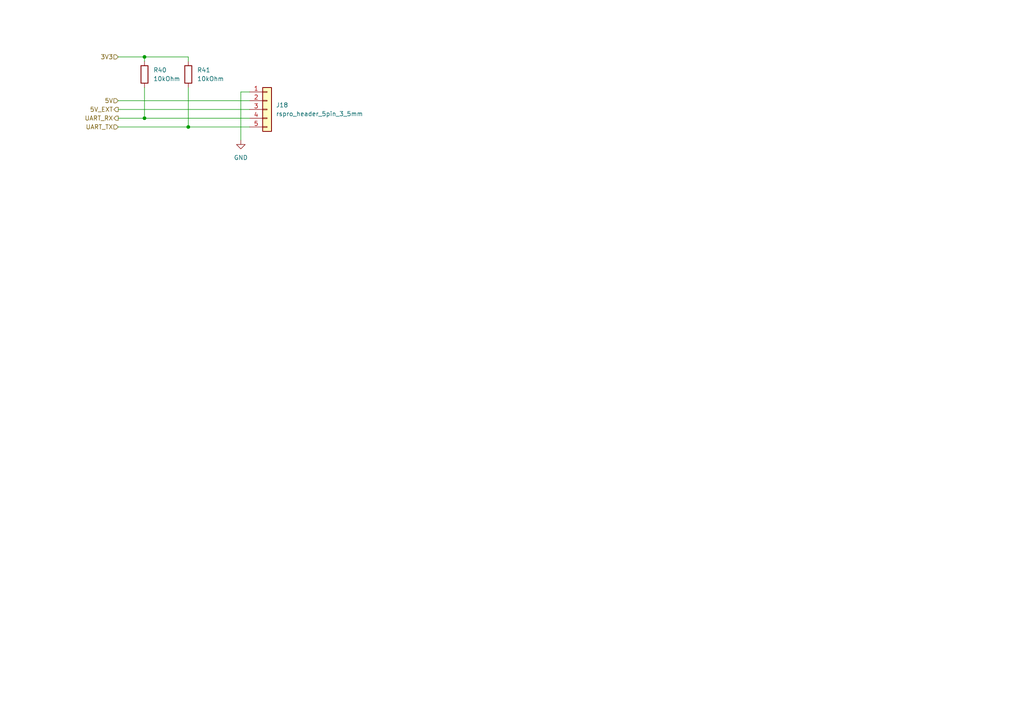
<source format=kicad_sch>
(kicad_sch (version 20230121) (generator eeschema)
  (paper "A4")
  (lib_symbols
    (symbol "benediktibk:R_10kOhm_SMD_0603_100mW_1%" (pin_numbers hide) (pin_names (offset 0))
      (property "Reference" "R" (at 2.032 0 90))
      (property "Value" "R_10kOhm_SMD_0603_100mW_1%" (at -5.588 -1.016 90))
      (symbol "R_10kOhm_SMD_0603_100mW_1%_0_1"
        (rectangle (start -1.016 -2.54) (end 1.016 2.54) (stroke (width 0.254)))
      )
      (symbol "R_10kOhm_SMD_0603_100mW_1%_1_1"
        (pin passive line (at 0 3.81 270) (length 1.27) (name "~") (number "1"))
        (pin passive line (at 0 -3.81 90) (length 1.27) (name "~") (number "2"))
      )
    )
    (symbol "benediktibk:rspro_header_5pin_3_5mm" (pin_names (offset 1.016) hide)
      (property "Reference" "J" (at 0 7.62 0))
      (property "Value" "rspro_header_5pin_3_5mm" (at 0 -7.62 0))
      (symbol "rspro_header_5pin_3_5mm_1_1"
        (rectangle (start -1.27 -4.953) (end 0 -5.207) (stroke (width 0.1524)))
        (rectangle (start -1.27 -2.413) (end 0 -2.667) (stroke (width 0.1524)))
        (rectangle (start -1.27 0.127) (end 0 -0.127) (stroke (width 0.1524)))
        (rectangle (start -1.27 2.667) (end 0 2.413) (stroke (width 0.1524)))
        (rectangle (start -1.27 5.207) (end 0 4.953) (stroke (width 0.1524)))
        (rectangle (start -1.27 6.35) (end 1.27 -6.35) (stroke (width 0.254)) (fill (type background)))
        (pin passive line (at -5.08 5.08 0) (length 3.81) (name "Pin_1") (number "1"))
        (pin passive line (at -5.08 2.54 0) (length 3.81) (name "Pin_2") (number "2"))
        (pin passive line (at -5.08 0 0) (length 3.81) (name "Pin_3") (number "3"))
        (pin passive line (at -5.08 -2.54 0) (length 3.81) (name "Pin_4") (number "4"))
        (pin passive line (at -5.08 -5.08 0) (length 3.81) (name "Pin_5") (number "5"))
      )
    )
    (symbol "power:GND" (power) (pin_names (offset 0))
      (property "Value" "GND" (at 0 -3.81 0))
      (symbol "GND_0_1"
        (polyline (pts (xy 0 0) (xy 0 -1.27) (xy 1.27 -1.27) (xy 0 -2.54) (xy -1.27 -1.27) (xy 0 -1.27)))
      )
      (symbol "GND_1_1"
        (pin power_in line (at 0 0 270) (length 0) hide (name "GND") (number "1"))
      )
    )
  )
  (junction (at 41.91 34.29))
  (junction (at 41.91 16.51))
  (junction (at 54.61 36.83))
  (wire (pts (xy 34.29 34.29) (xy 41.91 34.29)))
  (wire (pts (xy 69.85 26.67) (xy 69.85 40.64)))
  (wire (pts (xy 54.61 16.51) (xy 54.61 17.78)))
  (wire (pts (xy 34.29 29.21) (xy 72.39 29.21)))
  (wire (pts (xy 72.39 26.67) (xy 69.85 26.67)))
  (wire (pts (xy 41.91 16.51) (xy 41.91 17.78)))
  (wire (pts (xy 34.29 31.75) (xy 72.39 31.75)))
  (wire (pts (xy 41.91 34.29) (xy 72.39 34.29)))
  (wire (pts (xy 54.61 36.83) (xy 72.39 36.83)))
  (wire (pts (xy 41.91 25.4) (xy 41.91 34.29)))
  (wire (pts (xy 34.29 36.83) (xy 54.61 36.83)))
  (wire (pts (xy 54.61 16.51) (xy 41.91 16.51)))
  (wire (pts (xy 41.91 16.51) (xy 34.29 16.51)))
  (wire (pts (xy 54.61 25.4) (xy 54.61 36.83)))
  (hierarchical_label "5V" (shape input) (at 34.29 29.21 180))
  (hierarchical_label "3V3" (shape input) (at 34.29 16.51 180))
  (hierarchical_label "UART_TX" (shape input) (at 34.29 36.83 180))
  (hierarchical_label "UART_RX" (shape output) (at 34.29 34.29 180))
  (hierarchical_label "5V_EXT" (shape output) (at 34.29 31.75 180))
  (symbol (lib_id "benediktibk:R_10kOhm_SMD_0603_100mW_1%") (at 41.91 21.59 0) (unit 1)
    (property "Reference" "R40" (at 44.45 20.3199 0) (effects (justify left)))
    (property "Value" "10kOhm" (at 44.45 22.8599 0) (effects (justify left)))
    (property "Footprint" "benediktibk:R_0603_1608Metric_Pad0.98x0.95mm_HandSolder" (effects hide))
    (property "RS order number" "125-1173" (effects hide))
  )
  (symbol (lib_id "benediktibk:rspro_header_5pin_3_5mm") (at 77.47 31.75 0) (unit 1)
    (property "Reference" "J18" (at 80.01 30.48 0) (effects (justify left)))
    (property "Value" "rspro_header_5pin_3_5mm" (at 80.01 33.02 0) (effects (justify left)))
    (property "Footprint" "benediktibk:rspro_header_5pin_3_5mm" (effects hide))
    (property "RS order number" "897-1032" (effects hide))
  )
  (symbol (lib_id "power:GND") (at 69.85 40.64 0) (unit 1)
    (property "Reference" "#PWR063" (effects hide))
    (property "Value" "GND" (at 69.85 45.72 0))
  )
  (symbol (lib_id "benediktibk:R_10kOhm_SMD_0603_100mW_1%") (at 54.61 21.59 0) (unit 1)
    (property "Reference" "R41" (at 57.15 20.3199 0) (effects (justify left)))
    (property "Value" "10kOhm" (at 57.15 22.8599 0) (effects (justify left)))
    (property "Footprint" "benediktibk:R_0603_1608Metric_Pad0.98x0.95mm_HandSolder" (effects hide))
    (property "RS order number" "125-1173" (effects hide))
  )
)
</source>
